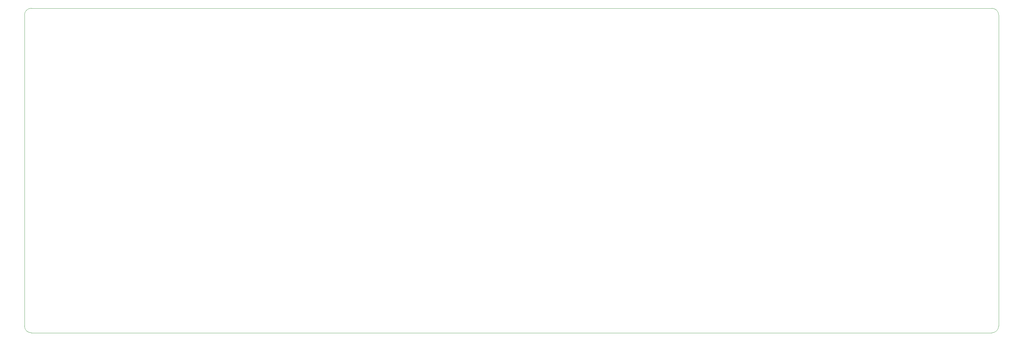
<source format=gbr>
%TF.GenerationSoftware,KiCad,Pcbnew,8.0.4*%
%TF.CreationDate,2024-09-09T16:00:28+08:00*%
%TF.ProjectId,PH60_Rev3,50483630-5f52-4657-9633-2e6b69636164,rev?*%
%TF.SameCoordinates,PX1b40518PY1b40518*%
%TF.FileFunction,Profile,NP*%
%FSLAX46Y46*%
G04 Gerber Fmt 4.6, Leading zero omitted, Abs format (unit mm)*
G04 Created by KiCad (PCBNEW 8.0.4) date 2024-09-09 16:00:28*
%MOMM*%
%LPD*%
G01*
G04 APERTURE LIST*
%TA.AperFunction,Profile*%
%ADD10C,0.050000*%
%TD*%
G04 APERTURE END LIST*
D10*
X283750000Y0D02*
G75*
G02*
X285750000Y-2000000I0J-2000000D01*
G01*
X283750000Y-95250000D02*
X2000000Y-95250000D01*
X2000000Y0D02*
X283750000Y0D01*
X0Y-2000000D02*
G75*
G02*
X2000000Y0I2000000J0D01*
G01*
X285750000Y-93250000D02*
G75*
G02*
X283750000Y-95250000I-2000000J0D01*
G01*
X2000000Y-95250000D02*
G75*
G02*
X0Y-93250000I0J2000000D01*
G01*
X285750000Y-2000000D02*
X285750000Y-93250000D01*
X0Y-93250000D02*
X0Y-2000000D01*
M02*

</source>
